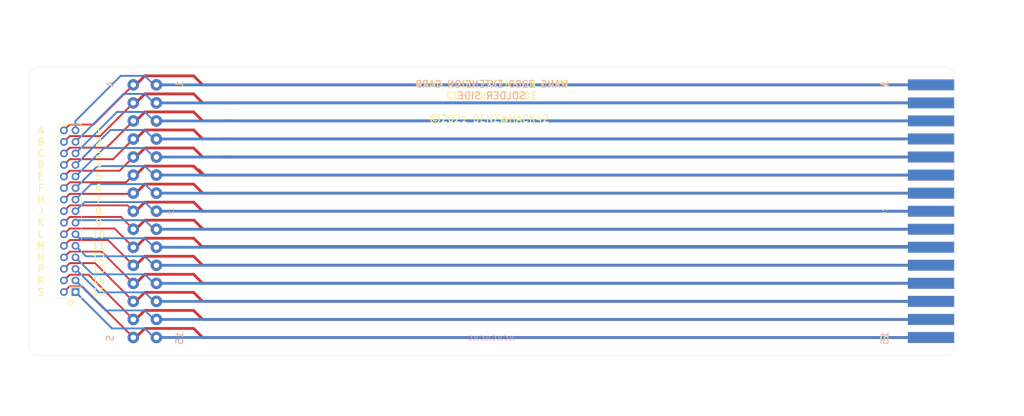
<source format=kicad_pcb>
(kicad_pcb (version 20221018) (generator pcbnew)
  (layers (0 "F.Cu" signal) (31 "B.Cu" signal) (34 "B.Paste" user) (35 "F.Paste" user) (36 "B.SilkS" user "B.Silkscreen") (37 "F.SilkS" user "F.Silkscreen") (38 "B.Mask" user) (39 "F.Mask" user) (44 "Edge.Cuts" user))
  (net 0 "")
  (net 1 "/PINS")
  (net 2 "/PINR")
  (net 3 "/PINP")
  (net 4 "/PINN")
  (net 5 "/PINM")
  (net 6 "/PINL")
  (net 7 "/PINK")
  (net 8 "/PINJ")
  (net 9 "/PINH")
  (net 10 "/PINF")
  (net 11 "/PINE")
  (net 12 "/PIND")
  (net 13 "/PINC")
  (net 14 "/PINB")
  (net 15 "/PINA")
  (net 16 "/PIN15")
  (net 17 "/PIN14")
  (net 18 "/PIN1")
  (net 19 "/PIN2")
  (net 20 "/PIN3")
  (net 21 "/PIN4")
  (net 22 "/PIN5")
  (net 23 "/PIN6")
  (net 24 "/PIN7")
  (net 25 "/PIN8")
  (net 26 "/PIN9")
  (net 27 "/PIN10")
  (net 28 "/PIN11")
  (net 29 "/PIN12")
  (net 30 "/PIN13")
  (footprint "Wang2200:Wang2200_02x15_CardEdge" (layer "F.Cu") (at 241.3 101.6 90)
    (fp_text reference "J1" (at 0 -15.24 90) (layer "F.SilkS"))
    (fp_text value "Male Card Edge")
    (pad "1" connect rect (at 27.78125 -5.08 90) (size 2.38125 10.16) (layers "B.Cu" "B.Mask") (net 18 "/PIN1"))
    (pad "2" connect rect (at 23.8125 -5.08 90) (size 2.38125 10.16) (layers "B.Cu" "B.Mask") (net 19 "/PIN2"))
    (pad "3" connect rect (at 19.84375 -5.08 90) (size 2.38125 10.16) (layers "B.Cu" "B.Mask") (net 20 "/PIN3"))
    (pad "4" connect rect (at 15.875 -5.08 90) (size 2.38125 10.16) (layers "B.Cu" "B.Mask") (net 21 "/PIN4"))
    (pad "5" connect rect (at 11.90625 -5.08 90) (size 2.38125 10.16) (layers "B.Cu" "B.Mask") (net 22 "/PIN5"))
    (pad "6" connect rect (at 7.9375 -5.08 90) (size 2.38125 10.16) (layers "B.Cu" "B.Mask") (net 23 "/PIN6"))
    (pad "7" connect rect (at 3.96875 -5.08 90) (size 2.38125 10.16) (layers "B.Cu" "B.Mask") (net 24 "/PIN7"))
    (pad "8" connect rect (at 0 -5.08 90) (size 2.38125 10.16) (layers "B.Cu" "B.Mask") (net 25 "/PIN8"))
    (pad "9" connect rect (at -3.96875 -5.08 90) (size 2.38125 10.16) (layers "B.Cu" "B.Mask") (net 26 "/PIN9"))
    (pad "10" connect rect (at -7.9375 -5.08 90) (size 2.38125 10.16) (layers "B.Cu" "B.Mask") (net 27 "/PIN10"))
    (pad "11" connect rect (at -11.90625 -5.08 90) (size 2.38125 10.16) (layers "B.Cu" "B.Mask") (net 28 "/PIN11"))
    (pad "12" connect rect (at -15.875 -5.08 90) (size 2.38125 10.16) (layers "B.Cu" "B.Mask") (net 29 "/PIN12"))
    (pad "13" connect rect (at -19.84375 -5.08 90) (size 2.38125 10.16) (layers "B.Cu" "B.Mask") (net 30 "/PIN13"))
    (pad "14" connect rect (at -23.8125 -5.08 90) (size 2.38125 10.16) (layers "B.Cu" "B.Mask") (net 17 "/PIN14"))
    (pad "15" connect rect (at -27.78125 -5.08 90) (size 2.38125 10.16) (layers "B.Cu" "B.Mask") (net 16 "/PIN15"))
    (pad "A" connect rect (at 27.78125 -5.08 90) (size 2.38125 10.16) (layers "F.Cu" "F.Mask") (net 15 "/PINA"))
    (pad "B" connect rect (at 23.8125 -5.08 90) (size 2.38125 10.16) (layers "F.Cu" "F.Mask") (net 14 "/PINB"))
    (pad "C" connect rect (at 19.84375 -5.08 90) (size 2.38125 10.16) (layers "F.Cu" "F.Mask") (net 13 "/PINC"))
    (pad "D" connect rect (at 15.875 -5.08 90) (size 2.38125 10.16) (layers "F.Cu" "F.Mask") (net 12 "/PIND"))
    (pad "E" connect rect (at 11.90625 -5.08 90) (size 2.38125 10.16) (layers "F.Cu" "F.Mask") (net 11 "/PINE"))
    (pad "F" connect rect (at 7.9375 -5.08 90) (size 2.38125 10.16) (layers "F.Cu" "F.Mask") (net 10 "/PINF"))
    (pad "H" connect rect (at 3.96875 -5.08 90) (size 2.38125 10.16) (layers "F.Cu" "F.Mask") (net 9 "/PINH"))
    (pad "J" connect rect (at 0 -5.08 90) (size 2.38125 10.16) (layers "F.Cu" "F.Mask") (net 8 "/PINJ"))
    (pad "K" connect rect (at -3.96875 -5.08 90) (size 2.38125 10.16) (layers "F.Cu" "F.Mask") (net 7 "/PINK"))
    (pad "L" connect rect (at -7.9375 -5.08 90) (size 2.38125 10.16) (layers "F.Cu" "F.Mask") (net 6 "/PINL"))
    (pad "M" connect rect (at -11.90625 -5.08 90) (size 2.38125 10.16) (layers "F.Cu" "F.Mask") (net 5 "/PINM"))
    (pad "N" connect rect (at -15.875 -5.08 90) (size 2.38125 10.16) (layers "F.Cu" "F.Mask") (net 4 "/PINN"))
    (pad "P" connect rect (at -19.84375 -5.08 90) (size 2.38125 10.16) (layers "F.Cu" "F.Mask") (net 3 "/PINP"))
    (pad "R" connect rect (at -23.8125 -5.08 90) (size 2.38125 10.16) (layers "F.Cu" "F.Mask") (net 2 "/PINR"))
    (pad "S" connect rect (at -27.78125 -5.08 90) (size 2.38125 10.16) (layers "F.Cu" "F.Mask") (net 1 "/PINS"))
  )
  (footprint "Connector_PinHeader_2.54mm:PinHeader_2x15_P2.54mm_Vertical" (layer "F.Cu") (at 48.26 119.38 180)
    (fp_text reference "J3" (at 1.27 -2.33) (layer "F.SilkS"))
    (fp_text value "Header")
    (fp_line (start -1.33 -1.33) (end 0 -1.33) (stroke (width 0.12)) (layer "F.SilkS"))
    (fp_line (start -1.33 0) (end -1.33 -1.33) (stroke (width 0.12)) (layer "F.SilkS"))
    (fp_line (start -1.33 1.27) (end -1.33 36.89) (stroke (width 0.12)) (layer "F.SilkS"))
    (fp_line (start -1.33 1.27) (end 1.27 1.27) (stroke (width 0.12)) (layer "F.SilkS"))
    (fp_line (start -1.33 36.89) (end 3.87 36.89) (stroke (width 0.12)) (layer "F.SilkS"))
    (fp_line (start 1.27 -1.33) (end 3.87 -1.33) (stroke (width 0.12)) (layer "F.SilkS"))
    (fp_line (start 1.27 1.27) (end 1.27 -1.33) (stroke (width 0.12)) (layer "F.SilkS"))
    (fp_line (start 3.87 -1.33) (end 3.87 36.89) (stroke (width 0.12)) (layer "F.SilkS"))
    (pad "1" thru_hole rect (at 0 0 180) (size 1.7 1.7) (drill 1) (layers "*.Cu" "*.Mask") (net 16 "/PIN15"))
    (pad "2" thru_hole oval (at 2.54 0 180) (size 1.7 1.7) (drill 1) (layers "*.Cu" "*.Mask") (net 1 "/PINS"))
    (pad "3" thru_hole oval (at 0 2.54 180) (size 1.7 1.7) (drill 1) (layers "*.Cu" "*.Mask") (net 17 "/PIN14"))
    (pad "4" thru_hole oval (at 2.54 2.54 180) (size 1.7 1.7) (drill 1) (layers "*.Cu" "*.Mask") (net 2 "/PINR"))
    (pad "5" thru_hole oval (at 0 5.08 180) (size 1.7 1.7) (drill 1) (layers "*.Cu" "*.Mask") (net 30 "/PIN13"))
    (pad "6" thru_hole oval (at 2.54 5.08 180) (size 1.7 1.7) (drill 1) (layers "*.Cu" "*.Mask") (net 3 "/PINP"))
    (pad "7" thru_hole oval (at 0 7.62 180) (size 1.7 1.7) (drill 1) (layers "*.Cu" "*.Mask") (net 29 "/PIN12"))
    (pad "8" thru_hole oval (at 2.54 7.62 180) (size 1.7 1.7) (drill 1) (layers "*.Cu" "*.Mask") (net 4 "/PINN"))
    (pad "9" thru_hole oval (at 0 10.16 180) (size 1.7 1.7) (drill 1) (layers "*.Cu" "*.Mask") (net 28 "/PIN11"))
    (pad "10" thru_hole oval (at 2.54 10.16 180) (size 1.7 1.7) (drill 1) (layers "*.Cu" "*.Mask") (net 5 "/PINM"))
    (pad "11" thru_hole oval (at 0 12.7 180) (size 1.7 1.7) (drill 1) (layers "*.Cu" "*.Mask") (net 27 "/PIN10"))
    (pad "12" thru_hole oval (at 2.54 12.7 180) (size 1.7 1.7) (drill 1) (layers "*.Cu" "*.Mask") (net 6 "/PINL"))
    (pad "13" thru_hole oval (at 0 15.24 180) (size 1.7 1.7) (drill 1) (layers "*.Cu" "*.Mask") (net 26 "/PIN9"))
    (pad "14" thru_hole oval (at 2.54 15.24 180) (size 1.7 1.7) (drill 1) (layers "*.Cu" "*.Mask") (net 7 "/PINK"))
    (pad "15" thru_hole oval (at 0 17.78 180) (size 1.7 1.7) (drill 1) (layers "*.Cu" "*.Mask") (net 25 "/PIN8"))
    (pad "16" thru_hole oval (at 2.54 17.78 180) (size 1.7 1.7) (drill 1) (layers "*.Cu" "*.Mask") (net 8 "/PINJ"))
    (pad "17" thru_hole oval (at 0 20.32 180) (size 1.7 1.7) (drill 1) (layers "*.Cu" "*.Mask") (net 24 "/PIN7"))
    (pad "18" thru_hole oval (at 2.54 20.32 180) (size 1.7 1.7) (drill 1) (layers "*.Cu" "*.Mask") (net 9 "/PINH"))
    (pad "19" thru_hole oval (at 0 22.86 180) (size 1.7 1.7) (drill 1) (layers "*.Cu" "*.Mask") (net 23 "/PIN6"))
    (pad "20" thru_hole oval (at 2.54 22.86 180) (size 1.7 1.7) (drill 1) (layers "*.Cu" "*.Mask") (net 10 "/PINF"))
    (pad "21" thru_hole oval (at 0 25.4 180) (size 1.7 1.7) (drill 1) (layers "*.Cu" "*.Mask") (net 22 "/PIN5"))
    (pad "22" thru_hole oval (at 2.54 25.4 180) (size 1.7 1.7) (drill 1) (layers "*.Cu" "*.Mask") (net 11 "/PINE"))
    (pad "23" thru_hole oval (at 0 27.94 180) (size 1.7 1.7) (drill 1) (layers "*.Cu" "*.Mask") (net 21 "/PIN4"))
    (pad "24" thru_hole oval (at 2.54 27.94 180) (size 1.7 1.7) (drill 1) (layers "*.Cu" "*.Mask") (net 12 "/PIND"))
    (pad "25" thru_hole oval (at 0 30.48 180) (size 1.7 1.7) (drill 1) (layers "*.Cu" "*.Mask") (net 20 "/PIN3"))
    (pad "26" thru_hole oval (at 2.54 30.48 180) (size 1.7 1.7) (drill 1) (layers "*.Cu" "*.Mask") (net 13 "/PINC"))
    (pad "27" thru_hole oval (at 0 33.02 180) (size 1.7 1.7) (drill 1) (layers "*.Cu" "*.Mask") (net 19 "/PIN2"))
    (pad "28" thru_hole oval (at 2.54 33.02 180) (size 1.7 1.7) (drill 1) (layers "*.Cu" "*.Mask") (net 14 "/PINB"))
    (pad "29" thru_hole oval (at 0 35.56 180) (size 1.7 1.7) (drill 1) (layers "*.Cu" "*.Mask") (net 18 "/PIN1"))
    (pad "30" thru_hole oval (at 2.54 35.56 180) (size 1.7 1.7) (drill 1) (layers "*.Cu" "*.Mask") (net 15 "/PINA"))
  )
  (footprint "Wang2200:Wang2200_02x15_Connector" (layer "B.Cu") (at 63.5 101.6 90)
    (fp_text reference "J2" (at 0 5.85 270) (layer "B.SilkS") (effects (justify mirror)))
    (fp_text value "Female Card Edge")
    (pad "1" thru_hole oval (at 27.78125 2.54 90) (size 2.54 2.54) (drill 1.2) (layers "*.Cu" "*.Mask") (net 18 "/PIN1"))
    (pad "2" thru_hole oval (at 23.8125 2.54 90) (size 2.54 2.54) (drill 1.2) (layers "*.Cu" "*.Mask") (net 19 "/PIN2"))
    (pad "3" thru_hole oval (at 19.84375 2.54 90) (size 2.54 2.54) (drill 1.2) (layers "*.Cu" "*.Mask") (net 20 "/PIN3"))
    (pad "4" thru_hole oval (at 15.875 2.54 90) (size 2.54 2.54) (drill 1.2) (layers "*.Cu" "*.Mask") (net 21 "/PIN4"))
    (pad "5" thru_hole oval (at 11.90625 2.54 90) (size 2.54 2.54) (drill 1.2) (layers "*.Cu" "*.Mask") (net 22 "/PIN5"))
    (pad "6" thru_hole oval (at 7.9375 2.54 90) (size 2.54 2.54) (drill 1.2) (layers "*.Cu" "*.Mask") (net 23 "/PIN6"))
    (pad "7" thru_hole oval (at 3.96875 2.54 90) (size 2.54 2.54) (drill 1.2) (layers "*.Cu" "*.Mask") (net 24 "/PIN7"))
    (pad "8" thru_hole oval (at 0 2.54 90) (size 2.54 2.54) (drill 1.2) (layers "*.Cu" "*.Mask") (net 25 "/PIN8"))
    (pad "9" thru_hole oval (at -3.96875 2.54 90) (size 2.54 2.54) (drill 1.2) (layers "*.Cu" "*.Mask") (net 26 "/PIN9"))
    (pad "10" thru_hole oval (at -7.9375 2.54 90) (size 2.54 2.54) (drill 1.2) (layers "*.Cu" "*.Mask") (net 27 "/PIN10"))
    (pad "11" thru_hole oval (at -11.90625 2.54 90) (size 2.54 2.54) (drill 1.2) (layers "*.Cu" "*.Mask") (net 28 "/PIN11"))
    (pad "12" thru_hole oval (at -15.875 2.54 90) (size 2.54 2.54) (drill 1.2) (layers "*.Cu" "*.Mask") (net 29 "/PIN12"))
    (pad "13" thru_hole oval (at -19.84375 2.54 90) (size 2.54 2.54) (drill 1.2) (layers "*.Cu" "*.Mask") (net 30 "/PIN13"))
    (pad "14" thru_hole oval (at -23.8125 2.54 90) (size 2.54 2.54) (drill 1.2) (layers "*.Cu" "*.Mask") (net 17 "/PIN14"))
    (pad "15" thru_hole oval (at -27.78125 2.54 90) (size 2.54 2.54) (drill 1.2) (layers "*.Cu" "*.Mask") (net 16 "/PIN15"))
    (pad "A" thru_hole oval (at 27.78125 -2.54 90) (size 2.54 2.54) (drill 1.2) (layers "*.Cu" "*.Mask") (net 15 "/PINA"))
    (pad "B" thru_hole oval (at 23.8125 -2.54 90) (size 2.54 2.54) (drill 1.2) (layers "*.Cu" "*.Mask") (net 14 "/PINB"))
    (pad "C" thru_hole oval (at 19.84375 -2.54 90) (size 2.54 2.54) (drill 1.2) (layers "*.Cu" "*.Mask") (net 13 "/PINC"))
    (pad "D" thru_hole oval (at 15.875 -2.54 90) (size 2.54 2.54) (drill 1.2) (layers "*.Cu" "*.Mask") (net 12 "/PIND"))
    (pad "E" thru_hole oval (at 11.90625 -2.54 90) (size 2.54 2.54) (drill 1.2) (layers "*.Cu" "*.Mask") (net 11 "/PINE"))
    (pad "F" thru_hole oval (at 7.9375 -2.54 90) (size 2.54 2.54) (drill 1.2) (layers "*.Cu" "*.Mask") (net 10 "/PINF"))
    (pad "H" thru_hole oval (at 3.96875 -2.54 90) (size 2.54 2.54) (drill 1.2) (layers "*.Cu" "*.Mask") (net 9 "/PINH"))
    (pad "J" thru_hole oval (at 0 -2.54 90) (size 2.54 2.54) (drill 1.2) (layers "*.Cu" "*.Mask") (net 8 "/PINJ"))
    (pad "K" thru_hole oval (at -3.96875 -2.54 90) (size 2.54 2.54) (drill 1.2) (layers "*.Cu" "*.Mask") (net 7 "/PINK"))
    (pad "L" thru_hole oval (at -7.9375 -2.54 90) (size 2.54 2.54) (drill 1.2) (layers "*.Cu" "*.Mask") (net 6 "/PINL"))
    (pad "M" thru_hole oval (at -11.90625 -2.54 90) (size 2.54 2.54) (drill 1.2) (layers "*.Cu" "*.Mask") (net 5 "/PINM"))
    (pad "N" thru_hole oval (at -15.875 -2.54 90) (size 2.54 2.54) (drill 1.2) (layers "*.Cu" "*.Mask") (net 4 "/PINN"))
    (pad "P" thru_hole oval (at -19.84375 -2.54 90) (size 2.54 2.54) (drill 1.2) (layers "*.Cu" "*.Mask") (net 3 "/PINP"))
    (pad "R" thru_hole oval (at -23.8125 -2.54 90) (size 2.54 2.54) (drill 1.2) (layers "*.Cu" "*.Mask") (net 2 "/PINR"))
    (pad "S" thru_hole oval (at -27.78125 -2.54 90) (size 2.54 2.54) (drill 1.2) (layers "*.Cu" "*.Mask") (net 1 "/PINS"))
  )
  (gr_line (start 241.3 71.12) (end 241.3 132.08) (stroke (width 0.05)) (layer "Edge.Cuts"))
  (gr_line (start 240.03 69.85) (end 241.3 71.12) (stroke (width 0.05)) (layer "Edge.Cuts"))
  (gr_line (start 240.03 133.35) (end 39.37 133.35) (stroke (width 0.05)) (layer "Edge.Cuts"))
  (gr_line (start 38.1 132.08) (end 38.1 71.12) (stroke (width 0.05)) (layer "Edge.Cuts"))
  (gr_line (start 241.3 132.08) (end 240.03 133.35) (stroke (width 0.05)) (layer "Edge.Cuts"))
  (gr_line (start 39.37 133.35) (end 38.1 132.08) (stroke (width 0.05)) (layer "Edge.Cuts"))
  (gr_line (start 38.1 71.12) (end 39.37 69.85) (stroke (width 0.05)) (layer "Edge.Cuts"))
  (gr_line (start 39.37 69.85) (end 240.03 69.85) (stroke (width 0.05)) (layer "Edge.Cuts"))
  (gr_text "A" (at 55.88 73.66 90) (layer "B.SilkS") (effects (font (size 1.524 1.524) (thickness 0.2286)) (justify mirror)))
  (gr_text "1" (at 71.12 73.66 90) (layer "B.SilkS") (effects (font (size 1.524 1.524) (thickness 0.2286)) (justify mirror)))
  (gr_text "15" (at 71.12 129.54 90) (layer "B.SilkS") (effects (font (size 1.524 1.524) (thickness 0.2286)) (justify mirror)))
  (gr_text "S" (at 55.88 129.54 90) (layer "B.SilkS") (effects (font (size 1.524 1.524) (thickness 0.2286)) (justify mirror)))
  (gr_text "1" (at 226.06 73.66 90) (layer "B.SilkS") (effects (font (size 1.524 1.524) (thickness 0.2286)) (justify mirror)))
  (gr_text "15" (at 226.06 129.54 90) (layer "B.SilkS") (effects (font (size 1.524 1.524) (thickness 0.2286)) (justify mirror)))
  (gr_text "WANG 2200 EXTENSION CARD" (at 139.7 73.66) (layer "B.SilkS") (effects (font (size 1.524 1.524) (thickness 0.2286)) (justify mirror)))
  (gr_text "SOLDER SIDE" (at 139.7 76.2) (layer "B.SilkS") (effects (font (size 1.524 1.524) (thickness 0.2286)) (justify mirror)))
  (gr_text "JLCJLCJLCJLC" (at 139.7 129.54) (layer "B.SilkS") (effects (font (size 1.016 1.016) (thickness 0.1524)) (justify mirror)))
  (gr_text "1" (at 53.34 83.82) (layer "F.SilkS") (effects (font (size 1.524 1.524) (thickness 0.2286))))
  (gr_text "2" (at 53.34 86.36) (layer "F.SilkS") (effects (font (size 1.524 1.524) (thickness 0.2286))))
  (gr_text "3" (at 53.34 88.9) (layer "F.SilkS") (effects (font (size 1.524 1.524) (thickness 0.2286))))
  (gr_text "4" (at 53.34 91.44) (layer "F.SilkS") (effects (font (size 1.524 1.524) (thickness 0.2286))))
  (gr_text "5" (at 53.34 93.98) (layer "F.SilkS") (effects (font (size 1.524 1.524) (thickness 0.2286))))
  (gr_text "6" (at 53.34 96.52) (layer "F.SilkS") (effects (font (size 1.524 1.524) (thickness 0.2286))))
  (gr_text "7" (at 53.34 99.06) (layer "F.SilkS") (effects (font (size 1.524 1.524) (thickness 0.2286))))
  (gr_text "8" (at 53.34 101.6) (layer "F.SilkS") (effects (font (size 1.524 1.524) (thickness 0.2286))))
  (gr_text "9" (at 53.34 104.14) (layer "F.SilkS") (effects (font (size 1.524 1.524) (thickness 0.2286))))
  (gr_text "10" (at 53.34 106.68) (layer "F.SilkS") (effects (font (size 1.524 1.524) (thickness 0.2286))))
  (gr_text "11" (at 53.34 109.22) (layer "F.SilkS") (effects (font (size 1.524 1.524) (thickness 0.2286))))
  (gr_text "12\n" (at 53.34 111.76) (layer "F.SilkS") (effects (font (size 1.524 1.524) (thickness 0.2286))))
  (gr_text "13" (at 53.34 114.3) (layer "F.SilkS") (effects (font (size 1.524 1.524) (thickness 0.2286))))
  (gr_text "14" (at 53.34 116.84) (layer "F.SilkS") (effects (font (size 1.524 1.524) (thickness 0.2286))))
  (gr_text "15" (at 53.34 119.38) (layer "F.SilkS") (effects (font (size 1.524 1.524) (thickness 0.2286))))
  (gr_text "A" (at 40.64 83.82) (layer "F.SilkS") (effects (font (size 1.524 1.524) (thickness 0.2286))))
  (gr_text "B" (at 40.64 86.36) (layer "F.SilkS") (effects (font (size 1.524 1.524) (thickness 0.2286))))
  (gr_text "C" (at 40.64 88.9) (layer "F.SilkS") (effects (font (size 1.524 1.524) (thickness 0.2286))))
  (gr_text "D" (at 40.64 91.44) (layer "F.SilkS") (effects (font (size 1.524 1.524) (thickness 0.2286))))
  (gr_text "E" (at 40.64 93.98) (layer "F.SilkS") (effects (font (size 1.524 1.524) (thickness 0.2286))))
  (gr_text "F" (at 40.64 96.52) (layer "F.SilkS") (effects (font (size 1.524 1.524) (thickness 0.2286))))
  (gr_text "H" (at 40.64 99.06) (layer "F.SilkS") (effects (font (size 1.524 1.524) (thickness 0.2286))))
  (gr_text "J" (at 40.64 101.6) (layer "F.SilkS") (effects (font (size 1.524 1.524) (thickness 0.2286))))
  (gr_text "K" (at 40.64 104.14) (layer "F.SilkS") (effects (font (size 1.524 1.524) (thickness 0.2286))))
  (gr_text "L" (at 40.64 106.68) (layer "F.SilkS") (effects (font (size 1.524 1.524) (thickness 0.2286))))
  (gr_text "M" (at 40.64 109.22) (layer "F.SilkS") (effects (font (size 1.524 1.524) (thickness 0.2286))))
  (gr_text "N" (at 40.64 111.76) (layer "F.SilkS") (effects (font (size 1.524 1.524) (thickness 0.2286))))
  (gr_text "P" (at 40.64 114.3) (layer "F.SilkS") (effects (font (size 1.524 1.524) (thickness 0.2286))))
  (gr_text "R" (at 40.64 116.84) (layer "F.SilkS") (effects (font (size 1.524 1.524) (thickness 0.2286))))
  (gr_text "S" (at 40.64 119.38) (layer "F.SilkS") (effects (font (size 1.524 1.524) (thickness 0.2286))))
  (gr_text "S" (at 226.06 129.54 90) (layer "F.SilkS") (effects (font (size 1.524 1.524) (thickness 0.2286))))
  (gr_text "A" (at 226.06 73.66 90) (layer "F.SilkS") (effects (font (size 1.524 1.524) (thickness 0.2286))))
  (gr_text "COMPONENT SIDE" (at 139.7 76.2) (layer "F.SilkS") (effects (font (size 1.524 1.524) (thickness 0.2286))))
  (gr_text "©2021 DENZ@HACK42 " (at 139.7 81.28) (layer "F.SilkS") (effects (font (size 1.524 1.524) (thickness 0.2286))))
  (gr_text "WANG 2200 EXTENSION CARD" (at 139.7 73.66) (layer "F.SilkS") (effects (font (size 1.524 1.524) (thickness 0.2286))))
  (segment (start 60.96 129.38125) (end 61.515625 129.38125) (width 0.6096) (layer "F.Cu") (net 1))
  (segment (start 61.515625 129.38125) (end 63.5 127.396875) (width 0.6096) (layer "F.Cu") (net 1))
  (segment (start 45.72 119.38) (end 46.99 118.11) (width 0.4064) (layer "F.Cu") (net 1))
  (segment (start 49.68875 118.11) (end 60.96 129.38125) (width 0.4064) (layer "F.Cu") (net 1))
  (segment (start 63.5 127.396875) (end 74.215625 127.396875) (width 0.6096) (layer "F.Cu") (net 1))
  (segment (start 46.99 118.11) (end 49.68875 118.11) (width 0.4064) (layer "F.Cu") (net 1))
  (segment (start 76.2 129.38125) (end 236.22 129.38125) (width 0.6096) (layer "F.Cu") (net 1))
  (segment (start 74.215625 127.396875) (end 76.2 129.38125) (width 0.6096) (layer "F.Cu") (net 1))
  (segment (start 61.515625 125.4125) (end 63.5 123.428125) (width 0.6096) (layer "F.Cu") (net 2))
  (segment (start 76.2 125.4125) (end 236.22 125.4125) (width 0.6096) (layer "F.Cu") (net 2))
  (segment (start 63.5 123.428125) (end 74.215625 123.428125) (width 0.6096) (layer "F.Cu") (net 2))
  (segment (start 74.215625 123.428125) (end 76.2 125.4125) (width 0.6096) (layer "F.Cu") (net 2))
  (segment (start 51.1175 115.57) (end 60.96 125.4125) (width 0.4064) (layer "F.Cu") (net 2))
  (segment (start 46.99 115.57) (end 51.1175 115.57) (width 0.4064) (layer "F.Cu") (net 2))
  (segment (start 60.96 125.4125) (end 61.515625 125.4125) (width 0.6096) (layer "F.Cu") (net 2))
  (segment (start 45.72 116.84) (end 46.99 115.57) (width 0.4064) (layer "F.Cu") (net 2))
  (segment (start 235.74375 121.92) (end 236.22 121.44375) (width 0.6096) (layer "F.Cu") (net 3))
  (segment (start 61.515625 121.44375) (end 63.5 119.459375) (width 0.6096) (layer "F.Cu") (net 3))
  (segment (start 45.72 114.3) (end 46.99 113.03) (width 0.4064) (layer "F.Cu") (net 3))
  (segment (start 52.54625 113.03) (end 60.96 121.44375) (width 0.4064) (layer "F.Cu") (net 3))
  (segment (start 63.5 119.459375) (end 74.215625 119.459375) (width 0.6096) (layer "F.Cu") (net 3))
  (segment (start 60.96 121.44375) (end 61.515625 121.44375) (width 0.6096) (layer "F.Cu") (net 3))
  (segment (start 46.99 113.03) (end 52.54625 113.03) (width 0.4064) (layer "F.Cu") (net 3))
  (segment (start 76.2 121.44375) (end 236.22 121.44375) (width 0.6096) (layer "F.Cu") (net 3))
  (segment (start 74.215625 119.459375) (end 76.2 121.44375) (width 0.6096) (layer "F.Cu") (net 3))
  (segment (start 60.96 117.475) (end 61.515625 117.475) (width 0.6096) (layer "F.Cu") (net 4))
  (segment (start 63.5 115.490625) (end 74.215625 115.490625) (width 0.6096) (layer "F.Cu") (net 4))
  (segment (start 74.215625 115.490625) (end 76.2 117.475) (width 0.6096) (layer "F.Cu") (net 4))
  (segment (start 61.515625 117.475) (end 63.5 115.490625) (width 0.6096) (layer "F.Cu") (net 4))
  (segment (start 46.99 110.49) (end 53.975 110.49) (width 0.4064) (layer "F.Cu") (net 4))
  (segment (start 45.72 111.76) (end 46.99 110.49) (width 0.4064) (layer "F.Cu") (net 4))
  (segment (start 60.96 117.475) (end 60.96 117.395625) (width 0.6096) (layer "F.Cu") (net 4))
  (segment (start 76.2 117.475) (end 236.22 117.475) (width 0.6096) (layer "F.Cu") (net 4))
  (segment (start 53.975 110.49) (end 60.96 117.475) (width 0.4064) (layer "F.Cu") (net 4))
  (segment (start 45.72 109.22) (end 46.99 107.95) (width 0.4064) (layer "F.Cu") (net 5))
  (segment (start 74.215625 111.521875) (end 76.2 113.50625) (width 0.6096) (layer "F.Cu") (net 5))
  (segment (start 76.2 113.50625) (end 236.22 113.50625) (width 0.6096) (layer "F.Cu") (net 5))
  (segment (start 46.99 107.95) (end 55.40375 107.95) (width 0.4064) (layer "F.Cu") (net 5))
  (segment (start 61.515625 113.50625) (end 63.5 111.521875) (width 0.6096) (layer "F.Cu") (net 5))
  (segment (start 55.40375 107.95) (end 60.96 113.50625) (width 0.4064) (layer "F.Cu") (net 5))
  (segment (start 63.5 111.521875) (end 74.215625 111.521875) (width 0.6096) (layer "F.Cu") (net 5))
  (segment (start 60.96 113.50625) (end 61.515625 113.50625) (width 0.6096) (layer "F.Cu") (net 5))
  (segment (start 56.8325 105.41) (end 60.96 109.5375) (width 0.4064) (layer "F.Cu") (net 6))
  (segment (start 76.04125 109.37875) (end 76.2 109.5375) (width 0.6096) (layer "F.Cu") (net 6))
  (segment (start 236.06125 109.37875) (end 236.22 109.5375) (width 0.6096) (layer "F.Cu") (net 6))
  (segment (start 45.72 106.68) (end 46.99 105.41) (width 0.4064) (layer "F.Cu") (net 6))
  (segment (start 76.04125 109.37875) (end 236.06125 109.37875) (width 0.6096) (layer "F.Cu") (net 6))
  (segment (start 61.515625 109.5375) (end 63.5 107.553125) (width 0.6096) (layer "F.Cu") (net 6))
  (segment (start 63.5 107.553125) (end 74.215625 107.553125) (width 0.6096) (layer "F.Cu") (net 6))
  (segment (start 60.96 109.5375) (end 61.515625 109.5375) (width 0.6096) (layer "F.Cu") (net 6))
  (segment (start 74.215625 107.553125) (end 76.04125 109.37875) (width 0.6096) (layer "F.Cu") (net 6))
  (segment (start 46.99 105.41) (end 56.8325 105.41) (width 0.4064) (layer "F.Cu") (net 6))
  (segment (start 60.96 105.56875) (end 61.515625 105.56875) (width 0.6096) (layer "F.Cu") (net 7))
  (segment (start 76.2 105.489375) (end 74.295 103.584375) (width 0.6096) (layer "F.Cu") (net 7))
  (segment (start 76.2 105.56875) (end 76.2 105.489375) (width 0.6096) (layer "F.Cu") (net 7))
  (segment (start 46.99 102.87) (end 58.26125 102.87) (width 0.4064) (layer "F.Cu") (net 7))
  (segment (start 76.2 105.56875) (end 236.22 105.56875) (width 0.6096) (layer "F.Cu") (net 7))
  (segment (start 45.72 104.14) (end 46.99 102.87) (width 0.4064) (layer "F.Cu") (net 7))
  (segment (start 63.5 103.584375) (end 74.295 103.584375) (width 0.6096) (layer "F.Cu") (net 7))
  (segment (start 58.26125 102.87) (end 60.96 105.56875) (width 0.4064) (layer "F.Cu") (net 7))
  (segment (start 61.515625 105.56875) (end 63.5 103.584375) (width 0.6096) (layer "F.Cu") (net 7))
  (segment (start 60.96 101.6) (end 61.515625 101.6) (width 0.6096) (layer "F.Cu") (net 8))
  (segment (start 45.72 101.6) (end 46.99 100.33) (width 0.4064) (layer "F.Cu") (net 8))
  (segment (start 46.99 100.33) (end 59.69 100.33) (width 0.4064) (layer "F.Cu") (net 8))
  (segment (start 63.5 99.615625) (end 74.215625 99.615625) (width 0.6096) (layer "F.Cu") (net 8))
  (segment (start 59.69 100.33) (end 60.96 101.6) (width 0.4064) (layer "F.Cu") (net 8))
  (segment (start 74.215625 99.615625) (end 76.2 101.6) (width 0.6096) (layer "F.Cu") (net 8))
  (segment (start 61.515625 101.6) (end 63.5 99.615625) (width 0.6096) (layer "F.Cu") (net 8))
  (segment (start 76.2 101.6) (end 236.22 101.6) (width 0.6096) (layer "F.Cu") (net 8))
  (segment (start 76.2 97.63125) (end 236.22 97.63125) (width 0.6096) (layer "F.Cu") (net 9))
  (segment (start 60.80125 97.79) (end 60.96 97.63125) (width 0.4064) (layer "F.Cu") (net 9))
  (segment (start 46.99 97.79) (end 60.80125 97.79) (width 0.4064) (layer "F.Cu") (net 9))
  (segment (start 60.96 97.63125) (end 61.515625 97.63125) (width 0.6096) (layer "F.Cu") (net 9))
  (segment (start 74.215625 95.646875) (end 76.2 97.63125) (width 0.6096) (layer "F.Cu") (net 9))
  (segment (start 63.5 95.646875) (end 74.215625 95.646875) (width 0.6096) (layer "F.Cu") (net 9))
  (segment (start 45.72 99.06) (end 46.99 97.79) (width 0.4064) (layer "F.Cu") (net 9))
  (segment (start 61.515625 97.63125) (end 63.5 95.646875) (width 0.6096) (layer "F.Cu") (net 9))
  (segment (start 60.96 93.6625) (end 61.515625 93.6625) (width 0.6096) (layer "F.Cu") (net 10))
  (segment (start 75.08875 92.55125) (end 76.2 93.6625) (width 0.6096) (layer "F.Cu") (net 10))
  (segment (start 76.5175 93.6625) (end 75.40625 92.55125) (width 0.6096) (layer "F.Cu") (net 10))
  (segment (start 45.72 96.52) (end 46.99 95.25) (width 0.4064) (layer "F.Cu") (net 10))
  (segment (start 46.99 95.25) (end 59.3725 95.25) (width 0.4064) (layer "F.Cu") (net 10))
  (segment (start 63.5 91.678125) (end 74.215625 91.678125) (width 0.6096) (layer "F.Cu") (net 10))
  (segment (start 74.215625 91.678125) (end 75.08875 92.55125) (width 0.6096) (layer "F.Cu") (net 10))
  (segment (start 59.3725 95.25) (end 60.96 93.6625) (width 0.4064) (layer "F.Cu") (net 10))
  (segment (start 75.40625 92.55125) (end 75.08875 92.55125) (width 0.6096) (layer "F.Cu") (net 10))
  (segment (start 61.515625 93.6625) (end 63.5 91.678125) (width 0.6096) (layer "F.Cu") (net 10))
  (segment (start 236.22 93.6625) (end 76.5175 93.6625) (width 0.6096) (layer "F.Cu") (net 10))
  (segment (start 74.215625 87.709375) (end 76.2 89.69375) (width 0.6096) (layer "F.Cu") (net 11))
  (segment (start 57.94375 92.71) (end 60.96 89.69375) (width 0.4064) (layer "F.Cu") (net 11))
  (segment (start 60.96 89.69375) (end 61.515625 89.69375) (width 0.6096) (layer "F.Cu") (net 11))
  (segment (start 46.99 92.71) (end 57.94375 92.71) (width 0.4064) (layer "F.Cu") (net 11))
  (segment (start 80.80375 89.69375) (end 82.55 89.69375) (width 0.6096) (layer "F.Cu") (net 11))
  (segment (start 236.22 89.69375) (end 80.80375 89.69375) (width 0.6096) (layer "F.Cu") (net 11))
  (segment (start 76.2 89.69375) (end 80.80375 89.69375) (width 0.6096) (layer "F.Cu") (net 11))
  (segment (start 63.5 87.709375) (end 74.215625 87.709375) (width 0.6096) (layer "F.Cu") (net 11))
  (segment (start 45.72 93.98) (end 46.99 92.71) (width 0.4064) (layer "F.Cu") (net 11))
  (segment (start 61.515625 89.69375) (end 63.5 87.709375) (width 0.6096) (layer "F.Cu") (net 11))
  (segment (start 76.2 85.725) (end 80.645 85.725) (width 0.6096) (layer "F.Cu") (net 12))
  (segment (start 46.99 90.17) (end 56.515 90.17) (width 0.4064) (layer "F.Cu") (net 12))
  (segment (start 236.22 85.725) (end 80.645 85.725) (width 0.6096) (layer "F.Cu") (net 12))
  (segment (start 45.72 91.44) (end 46.99 90.17) (width 0.4064) (layer "F.Cu") (net 12))
  (segment (start 56.515 90.17) (end 60.96 85.725) (width 0.4064) (layer "F.Cu") (net 12))
  (segment (start 80.645 85.725) (end 82.55 85.725) (width 0.6096) (layer "F.Cu") (net 12))
  (segment (start 60.96 85.725) (end 61.515625 85.725) (width 0.6096) (layer "F.Cu") (net 12))
  (segment (start 63.5 83.740625) (end 74.215625 83.740625) (width 0.6096) (layer "F.Cu") (net 12))
  (segment (start 74.215625 83.740625) (end 76.2 85.725) (width 0.6096) (layer "F.Cu") (net 12))
  (segment (start 61.515625 85.725) (end 63.5 83.740625) (width 0.6096) (layer "F.Cu") (net 12))
  (segment (start 55.08625 87.63) (end 60.96 81.75625) (width 0.4064) (layer "F.Cu") (net 13))
  (segment (start 46.99 87.63) (end 55.08625 87.63) (width 0.4064) (layer "F.Cu") (net 13))
  (segment (start 60.96 81.75625) (end 61.515625 81.75625) (width 0.6096) (layer "F.Cu") (net 13))
  (segment (start 81.75625 81.75625) (end 82.55 81.75625) (width 0.6096) (layer "F.Cu") (net 13))
  (segment (start 63.5 79.771875) (end 74.215625 79.771875) (width 0.6096) (layer "F.Cu") (net 13))
  (segment (start 61.515625 81.75625) (end 63.5 79.771875) (width 0.6096) (layer "F.Cu") (net 13))
  (segment (start 45.72 88.9) (end 46.99 87.63) (width 0.4064) (layer "F.Cu") (net 13))
  (segment (start 236.22 81.75625) (end 81.75625 81.75625) (width 0.6096) (layer "F.Cu") (net 13))
  (segment (start 76.2 81.75625) (end 81.75625 81.75625) (width 0.6096) (layer "F.Cu") (net 13))
  (segment (start 74.215625 79.771875) (end 76.2 81.75625) (width 0.6096) (layer "F.Cu") (net 13))
  (segment (start 60.96 77.7875) (end 61.515625 77.7875) (width 0.6096) (layer "F.Cu") (net 14))
  (segment (start 63.5 75.803125) (end 74.215625 75.803125) (width 0.6096) (layer "F.Cu") (net 14))
  (segment (start 236.22 77.7875) (end 80.9625 77.7875) (width 0.6096) (layer "F.Cu") (net 14))
  (segment (start 45.72 86.36) (end 46.99 85.09) (width 0.4064) (layer "F.Cu") (net 14))
  (segment (start 82.55 77.7875) (end 80.9625 77.7875) (width 0.6096) (layer "F.Cu") (net 14))
  (segment (start 74.215625 75.803125) (end 76.2 77.7875) (width 0.6096) (layer "F.Cu") (net 14))
  (segment (start 61.515625 77.7875) (end 63.5 75.803125) (width 0.6096) (layer "F.Cu") (net 14))
  (segment (start 46.99 85.09) (end 53.6575 85.09) (width 0.4064) (layer "F.Cu") (net 14))
  (segment (start 80.9625 77.7875) (end 76.2 77.7875) (width 0.6096) (layer "F.Cu") (net 14))
  (segment (start 53.6575 85.09) (end 60.96 77.7875) (width 0.4064) (layer "F.Cu") (net 14))
  (segment (start 74.215625 71.834375) (end 76.2 73.81875) (width 0.6096) (layer "F.Cu") (net 15))
  (segment (start 46.99 82.55) (end 52.22875 82.55) (width 0.4064) (layer "F.Cu") (net 15))
  (segment (start 45.72 83.82) (end 46.99 82.55) (width 0.4064) (layer "F.Cu") (net 15))
  (segment (start 236.22 73.81875) (end 81.43875 73.81875) (width 0.6096) (layer "F.Cu") (net 15))
  (segment (start 76.2 73.81875) (end 81.43875 73.81875) (width 0.6096) (layer "F.Cu") (net 15))
  (segment (start 52.22875 82.55) (end 60.96 73.81875) (width 0.4064) (layer "F.Cu") (net 15))
  (segment (start 60.96 73.81875) (end 61.515625 73.81875) (width 0.6096) (layer "F.Cu") (net 15))
  (segment (start 63.5 71.834375) (end 74.215625 71.834375) (width 0.6096) (layer "F.Cu") (net 15))
  (segment (start 81.43875 73.81875) (end 82.55 73.81875) (width 0.6096) (layer "F.Cu") (net 15))
  (segment (start 61.515625 73.81875) (end 63.5 71.834375) (width 0.6096) (layer "F.Cu") (net 15))
  (segment (start 65.484375 129.38125) (end 63.5 127.396875) (width 0.4064) (layer "B.Cu") (net 16))
  (segment (start 66.04 129.38125) (end 65.484375 129.38125) (width 0.4064) (layer "B.Cu") (net 16))
  (segment (start 66.04 129.38125) (end 236.22 129.38125) (width 0.6096) (layer "B.Cu") (net 16))
  (segment (start 63.5 127.396875) (end 56.276875 127.396875) (width 0.4064) (layer "B.Cu") (net 16))
  (segment (start 56.276875 127.396875) (end 48.26 119.38) (width 0.4064) (layer "B.Cu") (net 16))
  (segment (start 63.5 123.428125) (end 54.848125 123.428125) (width 0.4064) (layer "B.Cu") (net 17))
  (segment (start 66.04 125.4125) (end 65.484375 125.4125) (width 0.4064) (layer "B.Cu") (net 17))
  (segment (start 54.848125 123.428125) (end 48.26 116.84) (width 0.4064) (layer "B.Cu") (net 17))
  (segment (start 66.04 125.4125) (end 236.22 125.4125) (width 0.6096) (layer "B.Cu") (net 17))
  (segment (start 65.484375 125.4125) (end 63.5 123.428125) (width 0.4064) (layer "B.Cu") (net 17))
  (segment (start 48.26 81.75625) (end 48.26 83.82) (width 0.4064) (layer "B.Cu") (net 18))
  (segment (start 66.04 73.81875) (end 236.22 73.81875) (width 0.6096) (layer "B.Cu") (net 18))
  (segment (start 63.5 71.834375) (end 58.181875 71.834375) (width 0.4064) (layer "B.Cu") (net 18))
  (segment (start 58.181875 71.834375) (end 48.26 81.75625) (width 0.4064) (layer "B.Cu") (net 18))
  (segment (start 66.04 73.81875) (end 65.484375 73.81875) (width 0.4064) (layer "B.Cu") (net 18))
  (segment (start 65.484375 73.81875) (end 63.5 71.834375) (width 0.4064) (layer "B.Cu") (net 18))
  (segment (start 63.5 75.803125) (end 58.816875 75.803125) (width 0.4064) (layer "B.Cu") (net 19))
  (segment (start 66.04 77.7875) (end 236.22 77.7875) (width 0.6096) (layer "B.Cu") (net 19))
  (segment (start 66.04 77.7875) (end 65.484375 77.7875) (width 0.4064) (layer "B.Cu") (net 19))
  (segment (start 65.484375 77.7875) (end 63.5 75.803125) (width 0.4064) (layer "B.Cu") (net 19))
  (segment (start 58.816875 75.803125) (end 48.26 86.36) (width 0.4064) (layer "B.Cu") (net 19))
  (segment (start 57.388125 79.771875) (end 48.26 88.9) (width 0.4064) (layer "B.Cu") (net 20))
  (segment (start 66.04 81.75625) (end 65.484375 81.75625) (width 0.4064) (layer "B.Cu") (net 20))
  (segment (start 63.5 79.771875) (end 57.388125 79.771875) (width 0.4064) (layer "B.Cu") (net 20))
  (segment (start 65.484375 81.75625) (end 63.5 79.771875) (width 0.4064) (layer "B.Cu") (net 20))
  (segment (start 66.04 81.75625) (end 236.22 81.75625) (width 0.6096) (layer "B.Cu") (net 20))
  (segment (start 63.5 83.740625) (end 55.959375 83.740625) (width 0.4064) (layer "B.Cu") (net 21))
  (segment (start 66.04 85.725) (end 65.484375 85.725) (width 0.4064) (layer "B.Cu") (net 21))
  (segment (start 55.959375 83.740625) (end 48.26 91.44) (width 0.4064) (layer "B.Cu") (net 21))
  (segment (start 66.04 85.725) (end 236.22 85.725) (width 0.6096) (layer "B.Cu") (net 21))
  (segment (start 65.484375 85.725) (end 63.5 83.740625) (width 0.4064) (layer "B.Cu") (net 21))
  (segment (start 54.530625 87.709375) (end 48.26 93.98) (width 0.4064) (layer "B.Cu") (net 22))
  (segment (start 65.484375 89.69375) (end 63.5 87.709375) (width 0.4064) (layer "B.Cu") (net 22))
  (segment (start 66.04 89.69375) (end 236.22 89.69375) (width 0.6096) (layer "B.Cu") (net 22))
  (segment (start 66.04 89.69375) (end 65.484375 89.69375) (width 0.4064) (layer "B.Cu") (net 22))
  (segment (start 63.5 87.709375) (end 54.530625 87.709375) (width 0.4064) (layer "B.Cu") (net 22))
  (segment (start 66.04 93.6625) (end 65.484375 93.6625) (width 0.4064) (layer "B.Cu") (net 23))
  (segment (start 53.101875 91.678125) (end 48.26 96.52) (width 0.4064) (layer "B.Cu") (net 23))
  (segment (start 65.484375 93.6625) (end 63.5 91.678125) (width 0.4064) (layer "B.Cu") (net 23))
  (segment (start 63.5 91.678125) (end 53.101875 91.678125) (width 0.4064) (layer "B.Cu") (net 23))
  (segment (start 66.04 93.6625) (end 236.22 93.6625) (width 0.6096) (layer "B.Cu") (net 23))
  (segment (start 63.5 95.646875) (end 51.673125 95.646875) (width 0.4064) (layer "B.Cu") (net 24))
  (segment (start 51.673125 95.646875) (end 48.26 99.06) (width 0.4064) (layer "B.Cu") (net 24))
  (segment (start 66.04 97.63125) (end 236.22 97.63125) (width 0.6096) (layer "B.Cu") (net 24))
  (segment (start 65.484375 97.63125) (end 63.5 95.646875) (width 0.4064) (layer "B.Cu") (net 24))
  (segment (start 66.04 97.63125) (end 65.484375 97.63125) (width 0.4064) (layer "B.Cu") (net 24))
  (segment (start 65.484375 101.6) (end 63.5 99.615625) (width 0.4064) (layer "B.Cu") (net 25))
  (segment (start 66.04 101.6) (end 65.484375 101.6) (width 0.4064) (layer "B.Cu") (net 25))
  (segment (start 66.04 101.6) (end 236.22 101.6) (width 0.6096) (layer "B.Cu") (net 25))
  (segment (start 63.5 99.615625) (end 50.244375 99.615625) (width 0.4064) (layer "B.Cu") (net 25))
  (segment (start 50.244375 99.615625) (end 48.26 101.6) (width 0.4064) (layer "B.Cu") (net 25))
  (segment (start 66.04 105.56875) (end 236.22 105.56875) (width 0.6096) (layer "B.Cu") (net 26))
  (segment (start 66.04 105.56875) (end 65.484375 105.56875) (width 0.4064) (layer "B.Cu") (net 26))
  (segment (start 65.484375 105.56875) (end 63.5 103.584375) (width 0.4064) (layer "B.Cu") (net 26))
  (segment (start 48.815625 103.584375) (end 48.26 104.14) (width 0.4064) (layer "B.Cu") (net 26))
  (segment (start 63.5 103.584375) (end 48.815625 103.584375) (width 0.4064) (layer "B.Cu") (net 26))
  (segment (start 63.5 107.553125) (end 49.133125 107.553125) (width 0.4064) (layer "B.Cu") (net 27))
  (segment (start 66.04 109.5375) (end 236.22 109.5375) (width 0.6096) (layer "B.Cu") (net 27))
  (segment (start 49.133125 107.553125) (end 48.26 106.68) (width 0.4064) (layer "B.Cu") (net 27))
  (segment (start 65.484375 109.5375) (end 63.5 107.553125) (width 0.4064) (layer "B.Cu") (net 27))
  (segment (start 66.04 109.5375) (end 65.484375 109.5375) (width 0.4064) (layer "B.Cu") (net 27))
  (segment (start 63.5 111.521875) (end 50.561875 111.521875) (width 0.4064) (layer "B.Cu") (net 28))
  (segment (start 65.484375 113.50625) (end 63.5 111.521875) (width 0.4064) (layer "B.Cu") (net 28))
  (segment (start 66.04 113.50625) (end 236.22 113.50625) (width 0.6096) (layer "B.Cu") (net 28))
  (segment (start 50.561875 111.521875) (end 48.26 109.22) (width 0.4064) (layer "B.Cu") (net 28))
  (segment (start 66.04 113.50625) (end 65.484375 113.50625) (width 0.4064) (layer "B.Cu") (net 28))
  (segment (start 65.484375 117.475) (end 63.5 115.490625) (width 0.4064) (layer "B.Cu") (net 29))
  (segment (start 66.04 117.475) (end 236.22 117.475) (width 0.6096) (layer "B.Cu") (net 29))
  (segment (start 63.5 115.490625) (end 51.990625 115.490625) (width 0.4064) (layer "B.Cu") (net 29))
  (segment (start 51.990625 115.490625) (end 48.26 111.76) (width 0.4064) (layer "B.Cu") (net 29))
  (segment (start 66.04 117.475) (end 65.484375 117.475) (width 0.4064) (layer "B.Cu") (net 29))
  (segment (start 66.04 121.44375) (end 236.22 121.44375) (width 0.6096) (layer "B.Cu") (net 30))
  (segment (start 53.419375 119.459375) (end 48.26 114.3) (width 0.4064) (layer "B.Cu") (net 30))
  (segment (start 63.5 119.459375) (end 53.419375 119.459375) (width 0.4064) (layer "B.Cu") (net 30))
  (segment (start 66.04 121.44375) (end 65.484375 121.44375) (width 0.4064) (layer "B.Cu") (net 30))
  (segment (start 65.484375 121.44375) (end 63.5 119.459375) (width 0.4064) (layer "B.Cu") (net 30))
)
</source>
